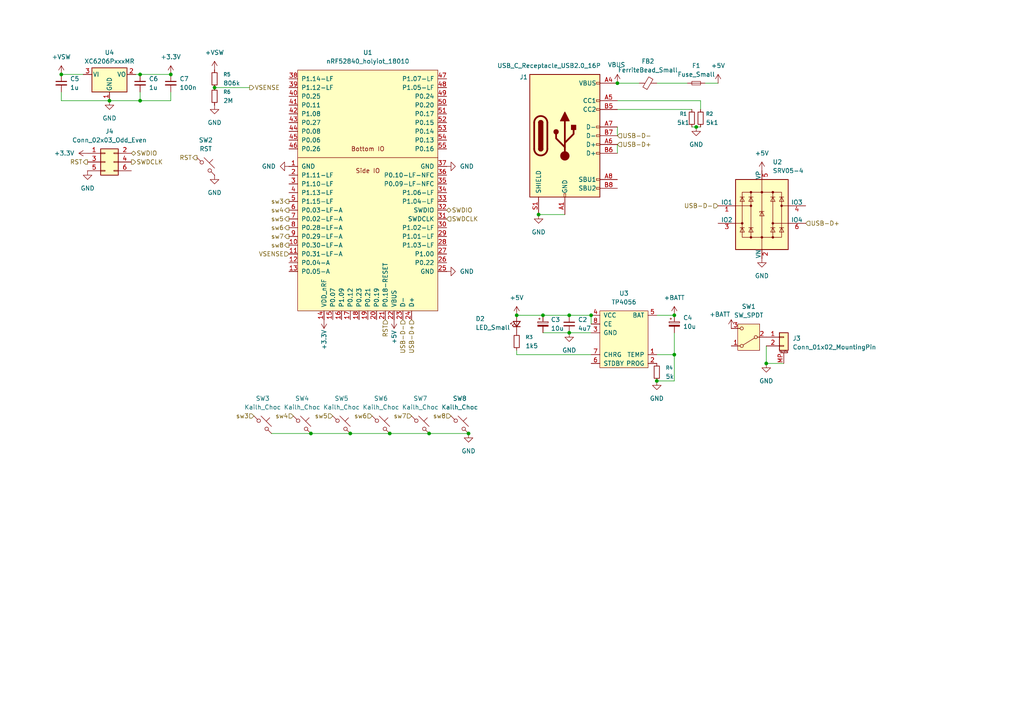
<source format=kicad_sch>
(kicad_sch (version 20250114) (generator "eeschema") (generator_version "9.0")
  (paper "A4")
  (lib_symbols
    (symbol "Connector:USB_C_Receptacle_USB2.0_16P" (pin_names (offset 1.016))
      (property "Reference" "J" (at 0 22.225 0))
      (property "Value" "USB_C_Receptacle_USB2.0_16P" (at 0 19.685 0))
      (symbol "USB_C_Receptacle_USB2.0_16P_0_0"
        (rectangle (start -0.254 -17.78) (end 0.254 -16.764))
        (rectangle (start 10.16 15.494) (end 9.144 14.986))
        (rectangle (start 10.16 10.414) (end 9.144 9.906))
        (rectangle (start 10.16 7.874) (end 9.144 7.366))
        (rectangle (start 10.16 2.794) (end 9.144 2.286))
        (rectangle (start 10.16 0.254) (end 9.144 -0.254))
        (rectangle (start 10.16 -2.286) (end 9.144 -2.794))
        (rectangle (start 10.16 -4.826) (end 9.144 -5.334))
        (rectangle (start 10.16 -12.446) (end 9.144 -12.954))
        (rectangle (start 10.16 -14.986) (end 9.144 -15.494))
      )
      (symbol "USB_C_Receptacle_USB2.0_16P_0_1"
        (rectangle (start -10.16 17.78) (end 10.16 -17.78) (stroke (width 0.254)) (fill (type background)))
        (polyline (pts (xy -8.89 -3.81) (xy -8.89 3.81)) (stroke (width 0.508)))
        (rectangle (start -7.62 -3.81) (end -6.35 3.81) (stroke (width 0.254)) (fill (type outline)))
        (arc (start -7.62 3.81) (mid -6.985 4.4423) (end -6.35 3.81) (stroke (width 0.254)))
        (arc (start -7.62 3.81) (mid -6.985 4.4423) (end -6.35 3.81) (stroke (width 0.254)) (fill (type outline)))
        (arc (start -8.89 3.81) (mid -6.985 5.7067) (end -5.08 3.81) (stroke (width 0.508)))
        (arc (start -5.08 -3.81) (mid -6.985 -5.7067) (end -8.89 -3.81) (stroke (width 0.508)))
        (arc (start -6.35 -3.81) (mid -6.985 -4.4423) (end -7.62 -3.81) (stroke (width 0.254)))
        (arc (start -6.35 -3.81) (mid -6.985 -4.4423) (end -7.62 -3.81) (stroke (width 0.254)) (fill (type outline)))
        (polyline (pts (xy -5.08 3.81) (xy -5.08 -3.81)) (stroke (width 0.508)))
        (circle (center -2.54 1.143) (radius 0.635) (stroke (width 0.254)) (fill (type outline)))
        (polyline (pts (xy -1.27 4.318) (xy 0 6.858) (xy 1.27 4.318) (xy -1.27 4.318)) (stroke (width 0.254)) (fill (type outline)))
        (polyline (pts (xy 0 -2.032) (xy 2.54 0.508) (xy 2.54 1.778)) (stroke (width 0.508)))
        (polyline (pts (xy 0 -3.302) (xy -2.54 -0.762) (xy -2.54 0.508)) (stroke (width 0.508)))
        (polyline (pts (xy 0 -5.842) (xy 0 4.318)) (stroke (width 0.508)))
        (circle (center 0 -5.842) (radius 1.27) (fill (type outline)))
        (rectangle (start 1.905 1.778) (end 3.175 3.048) (stroke (width 0.254)) (fill (type outline)))
      )
      (symbol "USB_C_Receptacle_USB2.0_16P_1_1"
        (pin passive line (at -7.62 -22.86 90) (length 5.08) (name "SHIELD") (number "S1"))
        (pin passive line (at 0 -22.86 90) (length 5.08) (name "GND") (number "A1"))
        (pin passive line (at 0 -22.86 90) (length 5.08) (hide yes) (name "GND") (number "A12"))
        (pin passive line (at 0 -22.86 90) (length 5.08) (hide yes) (name "GND") (number "B1"))
        (pin passive line (at 0 -22.86 90) (length 5.08) (hide yes) (name "GND") (number "B12"))
        (pin passive line (at 15.24 15.24 180) (length 5.08) (name "VBUS") (number "A4"))
        (pin passive line (at 15.24 15.24 180) (length 5.08) (hide yes) (name "VBUS") (number "A9"))
        (pin passive line (at 15.24 15.24 180) (length 5.08) (hide yes) (name "VBUS") (number "B4"))
        (pin passive line (at 15.24 15.24 180) (length 5.08) (hide yes) (name "VBUS") (number "B9"))
        (pin bidirectional line (at 15.24 10.16 180) (length 5.08) (name "CC1") (number "A5"))
        (pin bidirectional line (at 15.24 7.62 180) (length 5.08) (name "CC2") (number "B5"))
        (pin bidirectional line (at 15.24 2.54 180) (length 5.08) (name "D-") (number "A7"))
        (pin bidirectional line (at 15.24 0 180) (length 5.08) (name "D-") (number "B7"))
        (pin bidirectional line (at 15.24 -2.54 180) (length 5.08) (name "D+") (number "A6"))
        (pin bidirectional line (at 15.24 -5.08 180) (length 5.08) (name "D+") (number "B6"))
        (pin bidirectional line (at 15.24 -12.7 180) (length 5.08) (name "SBU1") (number "A8"))
        (pin bidirectional line (at 15.24 -15.24 180) (length 5.08) (name "SBU2") (number "B8"))
      )
    )
    (symbol "Connector_Generic:Conn_02x03_Odd_Even" (pin_names (offset 1.016) (hide yes))
      (property "Reference" "J" (at 1.27 5.08 0))
      (property "Value" "Conn_02x03_Odd_Even" (at 1.27 -5.08 0))
      (symbol "Conn_02x03_Odd_Even_1_1"
        (rectangle (start -1.27 3.81) (end 3.81 -3.81) (stroke (width 0.254)) (fill (type background)))
        (rectangle (start -1.27 2.667) (end 0 2.413) (stroke (width 0.1524)))
        (rectangle (start -1.27 0.127) (end 0 -0.127) (stroke (width 0.1524)))
        (rectangle (start -1.27 -2.413) (end 0 -2.667) (stroke (width 0.1524)))
        (rectangle (start 3.81 2.667) (end 2.54 2.413) (stroke (width 0.1524)))
        (rectangle (start 3.81 0.127) (end 2.54 -0.127) (stroke (width 0.1524)))
        (rectangle (start 3.81 -2.413) (end 2.54 -2.667) (stroke (width 0.1524)))
        (pin passive line (at -5.08 2.54 0) (length 3.81) (name "Pin_1") (number "1"))
        (pin passive line (at -5.08 0 0) (length 3.81) (name "Pin_3") (number "3"))
        (pin passive line (at -5.08 -2.54 0) (length 3.81) (name "Pin_5") (number "5"))
        (pin passive line (at 7.62 2.54 180) (length 3.81) (name "Pin_2") (number "2"))
        (pin passive line (at 7.62 0 180) (length 3.81) (name "Pin_4") (number "4"))
        (pin passive line (at 7.62 -2.54 180) (length 3.81) (name "Pin_6") (number "6"))
      )
    )
    (symbol "Connector_Generic_MountingPin:Conn_01x02_MountingPin" (pin_names (offset 1.016) (hide yes))
      (property "Reference" "J" (at 0 2.54 0))
      (property "Value" "Conn_01x02_MountingPin" (at 1.27 -5.08 0))
      (symbol "Conn_01x02_MountingPin_1_1"
        (rectangle (start -1.27 1.27) (end 1.27 -3.81) (stroke (width 0.254)) (fill (type background)))
        (rectangle (start -1.27 0.127) (end 0 -0.127) (stroke (width 0.1524)))
        (rectangle (start -1.27 -2.413) (end 0 -2.667) (stroke (width 0.1524)))
        (polyline (pts (xy -1.016 -4.572) (xy 1.016 -4.572)) (stroke (width 0.1524)))
        (text "Mounting" (at 0 -4.191 0) (effects (font (size 0.381 0.381))))
        (pin passive line (at -5.08 0 0) (length 3.81) (name "Pin_1") (number "1"))
        (pin passive line (at -5.08 -2.54 0) (length 3.81) (name "Pin_2") (number "2"))
        (pin passive line (at 0 -7.62 90) (length 3.048) (name "MountPin") (number "MP"))
      )
    )
    (symbol "Device:C_Polarized_Small" (pin_numbers (hide yes)) (pin_names (offset 0.254) (hide yes))
      (property "Reference" "C" (at 0.254 1.778 0))
      (property "Value" "C_Polarized_Small" (at 0.254 -2.032 0))
      (symbol "C_Polarized_Small_0_1"
        (rectangle (start -1.524 0.6858) (end 1.524 0.3048))
        (rectangle (start -1.524 -0.3048) (end 1.524 -0.6858) (fill (type outline)))
        (polyline (pts (xy -1.27 1.524) (xy -0.762 1.524)))
        (polyline (pts (xy -1.016 1.27) (xy -1.016 1.778)))
      )
      (symbol "C_Polarized_Small_1_1"
        (pin passive line (at 0 2.54 270) (length 1.8542) (name "~") (number "1"))
        (pin passive line (at 0 -2.54 90) (length 1.8542) (name "~") (number "2"))
      )
    )
    (symbol "Device:C_Small" (pin_numbers (hide yes)) (pin_names (offset 0.254) (hide yes))
      (property "Reference" "C" (at 0.254 1.778 0))
      (property "Value" "C_Small" (at 0.254 -2.032 0))
      (symbol "C_Small_0_1"
        (polyline (pts (xy -1.524 0.508) (xy 1.524 0.508)) (stroke (width 0.3048)))
        (polyline (pts (xy -1.524 -0.508) (xy 1.524 -0.508)) (stroke (width 0.3302)))
      )
      (symbol "C_Small_1_1"
        (pin passive line (at 0 2.54 270) (length 2.032) (name "~") (number "1"))
        (pin passive line (at 0 -2.54 90) (length 2.032) (name "~") (number "2"))
      )
    )
    (symbol "Device:FerriteBead_Small" (pin_numbers (hide yes)) (pin_names (offset 0))
      (property "Reference" "FB" (at 1.905 1.27 0))
      (property "Value" "FerriteBead_Small" (at 1.905 -1.27 0))
      (symbol "FerriteBead_Small_0_1"
        (polyline (pts (xy -1.8288 0.2794) (xy -1.1176 1.4986) (xy 1.8288 -0.2032) (xy 1.1176 -1.4224) (xy -1.8288 0.2794)))
        (polyline (pts (xy 0 0.889) (xy 0 1.2954)))
        (polyline (pts (xy 0 -1.27) (xy 0 -0.7874)))
      )
      (symbol "FerriteBead_Small_1_1"
        (pin passive line (at 0 2.54 270) (length 1.27) (name "~") (number "1"))
        (pin passive line (at 0 -2.54 90) (length 1.27) (name "~") (number "2"))
      )
    )
    (symbol "Device:Fuse_Small" (pin_numbers (hide yes)) (pin_names (offset 0.254) (hide yes))
      (property "Reference" "F" (at 0 -1.524 0))
      (property "Value" "Fuse_Small" (at 0 1.524 0))
      (symbol "Fuse_Small_0_1"
        (rectangle (start -1.27 0.508) (end 1.27 -0.508))
        (polyline (pts (xy -1.27 0) (xy 1.27 0)))
      )
      (symbol "Fuse_Small_1_1"
        (pin passive line (at -2.54 0 0) (length 1.27) (name "~") (number "1"))
        (pin passive line (at 2.54 0 180) (length 1.27) (name "~") (number "2"))
      )
    )
    (symbol "Device:LED_Small" (pin_numbers (hide yes)) (pin_names (offset 0.254) (hide yes))
      (property "Reference" "D" (at -1.27 3.175 0))
      (property "Value" "LED_Small" (at -4.445 -2.54 0))
      (symbol "LED_Small_0_1"
        (polyline (pts (xy -0.762 -1.016) (xy -0.762 1.016)) (stroke (width 0.254)))
        (polyline (pts (xy 0 0.762) (xy -0.508 1.27) (xy -0.254 1.27) (xy -0.508 1.27) (xy -0.508 1.016)))
        (polyline (pts (xy 0.508 1.27) (xy 0 1.778) (xy 0.254 1.778) (xy 0 1.778) (xy 0 1.524)))
        (polyline (pts (xy 0.762 -1.016) (xy -0.762 0) (xy 0.762 1.016) (xy 0.762 -1.016)) (stroke (width 0.254)))
        (polyline (pts (xy 1.016 0) (xy -0.762 0)))
      )
      (symbol "LED_Small_1_1"
        (pin passive line (at -2.54 0 0) (length 1.778) (name "K") (number "1"))
        (pin passive line (at 2.54 0 180) (length 1.778) (name "A") (number "2"))
      )
    )
    (symbol "Device:R_Small" (pin_numbers (hide yes)) (pin_names (offset 0.254) (hide yes))
      (property "Reference" "R" (at 0 0 90))
      (property "Value" "R_Small" (at 1.778 0 90))
      (symbol "R_Small_0_1"
        (rectangle (start -0.762 1.778) (end 0.762 -1.778) (stroke (width 0.2032)))
      )
      (symbol "R_Small_1_1"
        (pin passive line (at 0 2.54 270) (length 0.762) (name "~") (number "1"))
        (pin passive line (at 0 -2.54 90) (length 0.762) (name "~") (number "2"))
      )
    )
    (symbol "PCM_marbastlib-various:TP4056" (pin_names (offset 1.016))
      (property "Reference" "U" (at -6.35 8.89 0))
      (property "Value" "TP4056" (at 2.54 -10.16 0))
      (symbol "TP4056_0_1"
        (rectangle (start -7.62 7.62) (end 6.35 -8.89) (fill (type background)))
      )
      (symbol "TP4056_1_1"
        (pin power_in line (at -10.16 6.35 0) (length 2.54) (name "VCC") (number "4"))
        (pin input line (at -10.16 3.81 0) (length 2.54) (name "CE") (number "8"))
        (pin power_in line (at -10.16 1.27 0) (length 2.54) (name "GND") (number "3"))
        (pin output line (at -10.16 -5.08 0) (length 2.54) (name "CHRG") (number "7"))
        (pin output line (at -10.16 -7.62 0) (length 2.54) (name "STDBY") (number "6"))
        (pin power_out line (at 8.89 6.35 180) (length 2.54) (name "BAT") (number "5"))
        (pin input line (at 8.89 -5.08 180) (length 2.54) (name "TEMP") (number "1"))
        (pin input line (at 8.89 -7.62 180) (length 2.54) (name "PROG") (number "2"))
      )
    )
    (symbol "PCM_marbastlib-various:nRF52840_holyiot_18010" (pin_names (offset 1.016))
      (property "Reference" "U" (at 0 30.48 0))
      (property "Value" "nRF52840_holyiot_18010" (at 0 27.94 0))
      (symbol "nRF52840_holyiot_18010_0_0"
        (text "Bottom IO" (at 0 2.54 0) (effects (font (size 1.27 1.27))))
        (text "Side IO" (at 0 -3.81 0) (effects (font (size 1.27 1.27))))
      )
      (symbol "nRF52840_holyiot_18010_0_1"
        (rectangle (start -20.32 25.4) (end 20.32 -44.45) (stroke (width 0.1524)) (fill (type background)))
        (polyline (pts (xy 20.32 0) (xy -20.32 0)))
      )
      (symbol "nRF52840_holyiot_18010_1_1"
        (pin bidirectional line (at -22.86 22.86 0) (length 2.54) (name "P1.14-LF") (number "38"))
        (pin bidirectional line (at -22.86 20.32 0) (length 2.54) (name "P1.12-LF") (number "39"))
        (pin bidirectional line (at -22.86 17.78 0) (length 2.54) (name "P0.25") (number "40"))
        (pin bidirectional line (at -22.86 15.24 0) (length 2.54) (name "P0.11") (number "41"))
        (pin bidirectional line (at -22.86 12.7 0) (length 2.54) (name "P1.08") (number "42"))
        (pin bidirectional line (at -22.86 10.16 0) (length 2.54) (name "P0.27") (number "43"))
        (pin bidirectional line (at -22.86 7.62 0) (length 2.54) (name "P0.08") (number "44"))
        (pin bidirectional line (at -22.86 5.08 0) (length 2.54) (name "P0.06") (number "45"))
        (pin bidirectional line (at -22.86 2.54 0) (length 2.54) (name "P0.26") (number "46"))
        (pin power_in line (at -22.86 -2.54 0) (length 2.54) (name "GND") (number "1"))
        (pin bidirectional line (at -22.86 -5.08 0) (length 2.54) (name "P1.11-LF") (number "2"))
        (pin bidirectional line (at -22.86 -7.62 0) (length 2.54) (name "P1.10-LF") (number "3"))
        (pin bidirectional line (at -22.86 -10.16 0) (length 2.54) (name "P1.13-LF") (number "4"))
        (pin bidirectional line (at -22.86 -12.7 0) (length 2.54) (name "P1.15-LF") (number "5"))
        (pin bidirectional line (at -22.86 -15.24 0) (length 2.54) (name "P0.03-LF-A") (number "6"))
        (pin bidirectional line (at -22.86 -17.78 0) (length 2.54) (name "P0.02-LF-A") (number "7"))
        (pin bidirectional line (at -22.86 -20.32 0) (length 2.54) (name "P0.28-LF-A") (number "8"))
        (pin bidirectional line (at -22.86 -22.86 0) (length 2.54) (name "P0.29-LF-A") (number "9"))
        (pin bidirectional line (at -22.86 -25.4 0) (length 2.54) (name "P0.30-LF-A") (number "10"))
        (pin bidirectional line (at -22.86 -27.94 0) (length 2.54) (name "P0.31-LF-A") (number "11"))
        (pin bidirectional line (at -22.86 -30.48 0) (length 2.54) (name "P0.04-A") (number "12"))
        (pin bidirectional line (at -22.86 -33.02 0) (length 2.54) (name "P0.05-A") (number "13"))
        (pin power_in line (at -12.7 -46.99 90) (length 2.54) (name "VDD_nRF") (number "14"))
        (pin bidirectional line (at -10.16 -46.99 90) (length 2.54) (name "P0.07") (number "15"))
        (pin bidirectional line (at -7.62 -46.99 90) (length 2.54) (name "P1.09") (number "16"))
        (pin bidirectional line (at -5.08 -46.99 90) (length 2.54) (name "P0.12") (number "17"))
        (pin bidirectional line (at -2.54 -46.99 90) (length 2.54) (name "P0.23") (number "18"))
        (pin bidirectional line (at 0 -46.99 90) (length 2.54) (name "P0.21") (number "19"))
        (pin bidirectional line (at 2.54 -46.99 90) (length 2.54) (name "P0.19") (number "20"))
        (pin input line (at 5.08 -46.99 90) (length 2.54) (name "P0.18-RESET") (number "21"))
        (pin power_in line (at 7.62 -46.99 90) (length 2.54) (name "VBUS") (number "22"))
        (pin bidirectional line (at 10.16 -46.99 90) (length 2.54) (name "D-") (number "23"))
        (pin bidirectional line (at 12.7 -46.99 90) (length 2.54) (name "D+") (number "24"))
        (pin bidirectional line (at 22.86 22.86 180) (length 2.54) (name "P1.07-LF") (number "47"))
        (pin bidirectional line (at 22.86 20.32 180) (length 2.54) (name "P1.05-LF") (number "48"))
        (pin bidirectional line (at 22.86 17.78 180) (length 2.54) (name "P0.24") (number "49"))
        (pin bidirectional line (at 22.86 15.24 180) (length 2.54) (name "P0.20") (number "50"))
        (pin bidirectional line (at 22.86 12.7 180) (length 2.54) (name "P0.17") (number "51"))
        (pin bidirectional line (at 22.86 10.16 180) (length 2.54) (name "P0.15") (number "52"))
        (pin bidirectional line (at 22.86 7.62 180) (length 2.54) (name "P0.14") (number "53"))
        (pin bidirectional line (at 22.86 5.08 180) (length 2.54) (name "P0.13") (number "54"))
        (pin bidirectional line (at 22.86 2.54 180) (length 2.54) (name "P0.16") (number "55"))
        (pin power_in line (at 22.86 -2.54 180) (length 2.54) (name "GND") (number "37"))
        (pin bidirectional line (at 22.86 -5.08 180) (length 2.54) (name "P0.10-LF-NFC") (number "36"))
        (pin bidirectional line (at 22.86 -7.62 180) (length 2.54) (name "P0.09-LF-NFC") (number "35"))
        (pin bidirectional line (at 22.86 -10.16 180) (length 2.54) (name "P1.06-LF") (number "34"))
        (pin bidirectional line (at 22.86 -12.7 180) (length 2.54) (name "P1.04-LF") (number "33"))
        (pin bidirectional line (at 22.86 -15.24 180) (length 2.54) (name "SWDIO") (number "32"))
        (pin bidirectional line (at 22.86 -17.78 180) (length 2.54) (name "SWDCLK") (number "31"))
        (pin bidirectional line (at 22.86 -20.32 180) (length 2.54) (name "P1.02-LF") (number "30"))
        (pin bidirectional line (at 22.86 -22.86 180) (length 2.54) (name "P1.01-LF") (number "29"))
        (pin bidirectional line (at 22.86 -25.4 180) (length 2.54) (name "P1.03-LF") (number "28"))
        (pin bidirectional line (at 22.86 -27.94 180) (length 2.54) (name "P1.00") (number "27"))
        (pin bidirectional line (at 22.86 -30.48 180) (length 2.54) (name "P0.22") (number "26"))
        (pin power_in line (at 22.86 -33.02 180) (length 2.54) (name "GND") (number "25"))
      )
    )
    (symbol "Power_Protection:SRV05-4" (pin_names (offset 0))
      (property "Reference" "U" (at -5.08 11.43 0))
      (property "Value" "SRV05-4" (at 2.54 11.43 0))
      (symbol "SRV05-4_0_0"
        (rectangle (start -5.715 6.477) (end 5.715 -6.604))
        (polyline (pts (xy -3.175 -6.604) (xy -3.175 6.477)))
        (polyline (pts (xy 3.175 6.477) (xy 3.175 -6.604)))
      )
      (symbol "SRV05-4_0_1"
        (polyline (pts (xy -7.747 2.54) (xy -3.175 2.54)))
        (rectangle (start -7.62 10.16) (end 7.62 -10.16) (stroke (width 0.254)) (fill (type background)))
        (polyline (pts (xy -7.62 -2.54) (xy -5.715 -2.54)))
        (circle (center -5.715 -2.54) (radius 0.2794) (fill (type outline)))
        (polyline (pts (xy -5.08 5.08) (xy -6.35 5.08)))
        (polyline (pts (xy -5.08 3.81) (xy -6.35 3.81) (xy -5.715 5.08) (xy -5.08 3.81)))
        (polyline (pts (xy -5.08 -3.81) (xy -6.35 -3.81)))
        (polyline (pts (xy -5.08 -5.08) (xy -6.35 -5.08) (xy -5.715 -3.81) (xy -5.08 -5.08)))
        (circle (center -3.175 6.477) (radius 0.2794) (fill (type outline)))
        (circle (center -3.175 2.54) (radius 0.2794) (fill (type outline)))
        (circle (center -3.175 -6.604) (radius 0.2794) (fill (type outline)))
        (polyline (pts (xy -2.54 5.08) (xy -3.81 5.08)))
        (polyline (pts (xy -2.54 3.81) (xy -3.81 3.81) (xy -3.175 5.08) (xy -2.54 3.81)))
        (polyline (pts (xy -2.54 -3.81) (xy -3.81 -3.81)))
        (polyline (pts (xy -2.54 -5.08) (xy -3.81 -5.08) (xy -3.175 -3.81) (xy -2.54 -5.08)))
        (polyline (pts (xy 0 10.16) (xy 0 -10.16)))
        (circle (center 0 6.477) (radius 0.2794) (fill (type outline)))
        (circle (center 0 -6.604) (radius 0.2794) (fill (type outline)))
        (polyline (pts (xy 0.635 0.889) (xy -0.635 0.889) (xy -0.635 0.635)))
        (polyline (pts (xy 0.635 -0.381) (xy -0.635 -0.381) (xy 0 0.889) (xy 0.635 -0.381)))
        (circle (center 3.175 6.477) (radius 0.2794) (fill (type outline)))
        (circle (center 3.175 -2.54) (radius 0.2794) (fill (type outline)))
        (circle (center 3.175 -6.604) (radius 0.2794) (fill (type outline)))
        (polyline (pts (xy 3.81 5.08) (xy 2.54 5.08)))
        (polyline (pts (xy 3.81 3.81) (xy 2.54 3.81) (xy 3.175 5.08) (xy 3.81 3.81)))
        (polyline (pts (xy 3.81 -3.81) (xy 2.54 -3.81)))
        (polyline (pts (xy 3.81 -5.08) (xy 2.54 -5.08) (xy 3.175 -3.81) (xy 3.81 -5.08)))
        (circle (center 5.715 2.54) (radius 0.2794) (fill (type outline)))
        (polyline (pts (xy 6.35 5.08) (xy 5.08 5.08)))
        (polyline (pts (xy 6.35 3.81) (xy 5.08 3.81) (xy 5.715 5.08) (xy 6.35 3.81)))
        (polyline (pts (xy 6.35 -3.81) (xy 5.08 -3.81)))
        (polyline (pts (xy 6.35 -5.08) (xy 5.08 -5.08) (xy 5.715 -3.81) (xy 6.35 -5.08)))
        (polyline (pts (xy 7.62 2.54) (xy 5.715 2.54)))
        (polyline (pts (xy 7.62 -2.54) (xy 3.175 -2.54)))
      )
      (symbol "SRV05-4_1_1"
        (pin passive line (at -12.7 2.54 0) (length 5.08) (name "IO1") (number "1"))
        (pin passive line (at -12.7 -2.54 0) (length 5.08) (name "IO2") (number "3"))
        (pin passive line (at 0 12.7 270) (length 2.54) (name "VP") (number "5"))
        (pin passive line (at 0 -12.7 90) (length 2.54) (name "VN") (number "2"))
        (pin passive line (at 12.7 2.54 180) (length 5.08) (name "IO3") (number "4"))
        (pin passive line (at 12.7 -2.54 180) (length 5.08) (name "IO4") (number "6"))
      )
    )
    (symbol "Regulator_Linear:XC6206PxxxMR" (pin_names (offset 0.254))
      (property "Reference" "U" (at -3.81 3.175 0))
      (property "Value" "XC6206PxxxMR" (at 0 3.175 0))
      (symbol "XC6206PxxxMR_0_1"
        (rectangle (start -5.08 1.905) (end 5.08 -5.08) (stroke (width 0.254)) (fill (type background)))
      )
      (symbol "XC6206PxxxMR_1_1"
        (pin power_in line (at -7.62 0 0) (length 2.54) (name "VI") (number "3"))
        (pin power_in line (at 0 -7.62 90) (length 2.54) (name "GND") (number "1"))
        (pin power_out line (at 7.62 0 180) (length 2.54) (name "VO") (number "2"))
      )
    )
    (symbol "Switch:SW_Push_45deg" (pin_numbers (hide yes)) (pin_names (offset 1.016) (hide yes))
      (property "Reference" "SW" (at 3.048 1.016 0))
      (property "Value" "SW_Push_45deg" (at 0 -3.81 0))
      (symbol "SW_Push_45deg_0_1"
        (polyline (pts (xy -2.54 2.54) (xy -1.524 1.524) (xy -1.524 1.524)))
        (circle (center -1.1684 1.1684) (radius 0.508))
        (polyline (pts (xy -0.508 2.54) (xy 2.54 -0.508)))
        (polyline (pts (xy 1.016 1.016) (xy 2.032 2.032)))
        (circle (center 1.143 -1.1938) (radius 0.508))
        (polyline (pts (xy 1.524 -1.524) (xy 2.54 -2.54) (xy 2.54 -2.54) (xy 2.54 -2.54)))
        (pin passive line (at -2.54 2.54 0) (length 0) (name "1") (number "1"))
        (pin passive line (at 2.54 -2.54 180) (length 0) (name "2") (number "2"))
      )
    )
    (symbol "Switch:SW_SPDT" (pin_names (offset 0) (hide yes))
      (property "Reference" "SW" (at 0 5.08 0))
      (property "Value" "SW_SPDT" (at 0 -5.08 0))
      (symbol "SW_SPDT_0_1"
        (circle (center -2.032 0) (radius 0.4572))
        (polyline (pts (xy -1.651 0.254) (xy 1.651 2.286)))
        (circle (center 2.032 2.54) (radius 0.4572))
        (circle (center 2.032 -2.54) (radius 0.4572))
      )
      (symbol "SW_SPDT_1_1"
        (rectangle (start -3.175 3.81) (end 3.175 -3.81) (fill (type background)))
        (pin passive line (at -5.08 0 0) (length 2.54) (name "B") (number "2"))
        (pin passive line (at 5.08 2.54 180) (length 2.54) (name "A") (number "1"))
        (pin passive line (at 5.08 -2.54 180) (length 2.54) (name "C") (number "3"))
      )
    )
    (symbol "power:+3.3V" (power) (pin_numbers (hide yes)) (pin_names (offset 0) (hide yes))
      (property "Value" "+3.3V" (at 0 3.556 0))
      (symbol "+3.3V_0_1"
        (polyline (pts (xy -0.762 1.27) (xy 0 2.54)))
        (polyline (pts (xy 0 2.54) (xy 0.762 1.27)))
        (polyline (pts (xy 0 0) (xy 0 2.54)))
      )
      (symbol "+3.3V_1_1"
        (pin power_in line (at 0 0 90) (length 0) (name "~") (number "1"))
      )
    )
    (symbol "power:+5V" (power) (pin_numbers (hide yes)) (pin_names (offset 0) (hide yes))
      (property "Value" "+5V" (at 0 3.556 0))
      (symbol "+5V_0_1"
        (polyline (pts (xy -0.762 1.27) (xy 0 2.54)))
        (polyline (pts (xy 0 2.54) (xy 0.762 1.27)))
        (polyline (pts (xy 0 0) (xy 0 2.54)))
      )
      (symbol "+5V_1_1"
        (pin power_in line (at 0 0 90) (length 0) (name "~") (number "1"))
      )
    )
    (symbol "power:+BATT" (power) (pin_numbers (hide yes)) (pin_names (offset 0) (hide yes))
      (property "Value" "+BATT" (at 0 3.556 0))
      (symbol "+BATT_0_1"
        (polyline (pts (xy -0.762 1.27) (xy 0 2.54)))
        (polyline (pts (xy 0 2.54) (xy 0.762 1.27)))
        (polyline (pts (xy 0 0) (xy 0 2.54)))
      )
      (symbol "+BATT_1_1"
        (pin power_in line (at 0 0 90) (length 0) (name "~") (number "1"))
      )
    )
    (symbol "power:+VSW" (power) (pin_numbers (hide yes)) (pin_names (offset 0) (hide yes))
      (property "Value" "+VSW" (at 0 3.556 0))
      (symbol "+VSW_0_1"
        (polyline (pts (xy -0.762 1.27) (xy 0 2.54)))
        (polyline (pts (xy 0 2.54) (xy 0.762 1.27)))
        (polyline (pts (xy 0 0) (xy 0 2.54)))
      )
      (symbol "+VSW_1_1"
        (pin power_in line (at 0 0 90) (length 0) (name "~") (number "1"))
      )
    )
    (symbol "power:GND" (power) (pin_numbers (hide yes)) (pin_names (offset 0) (hide yes))
      (property "Value" "GND" (at 0 -3.81 0))
      (symbol "GND_0_1"
        (polyline (pts (xy 0 0) (xy 0 -1.27) (xy 1.27 -1.27) (xy 0 -2.54) (xy -1.27 -1.27) (xy 0 -1.27)))
      )
      (symbol "GND_1_1"
        (pin power_in line (at 0 0 270) (length 0) (name "~") (number "1"))
      )
    )
    (symbol "power:VBUS" (power) (pin_numbers (hide yes)) (pin_names (offset 0) (hide yes))
      (property "Value" "VBUS" (at 0 3.556 0))
      (symbol "VBUS_0_1"
        (polyline (pts (xy -0.762 1.27) (xy 0 2.54)))
        (polyline (pts (xy 0 2.54) (xy 0.762 1.27)))
        (polyline (pts (xy 0 0) (xy 0 2.54)))
      )
      (symbol "VBUS_1_1"
        (pin power_in line (at 0 0 90) (length 0) (name "~") (number "1"))
      )
    )
  )
  (junction (at 222.25 105.41))
  (junction (at 157.48 91.44))
  (junction (at 49.53 21.59))
  (junction (at 179.07 24.13))
  (junction (at 113.03 125.73))
  (junction (at 90.17 125.73))
  (junction (at 135.89 125.73))
  (junction (at 171.45 91.44))
  (junction (at 165.1 91.44))
  (junction (at 165.1 96.52))
  (junction (at 62.23 25.4))
  (junction (at 124.46 125.73))
  (junction (at 17.78 21.59))
  (junction (at 156.21 62.23))
  (junction (at 195.58 102.87))
  (junction (at 149.86 91.44))
  (junction (at 201.93 36.83))
  (junction (at 40.64 21.59))
  (junction (at 40.64 29.21))
  (junction (at 195.58 91.44))
  (junction (at 31.75 29.21))
  (junction (at 190.5 110.49))
  (junction (at 101.6 125.73))
  (wire (pts (xy 40.64 29.21) (xy 40.64 26.67)))
  (wire (pts (xy 124.46 125.73) (xy 135.89 125.73)))
  (wire (pts (xy 203.2 31.75) (xy 203.2 29.21)))
  (wire (pts (xy 222.25 105.41) (xy 227.33 105.41)))
  (wire (pts (xy 200.66 36.83) (xy 201.93 36.83)))
  (wire (pts (xy 101.6 125.73) (xy 113.03 125.73)))
  (wire (pts (xy 195.58 96.52) (xy 195.58 102.87)))
  (wire (pts (xy 179.07 36.83) (xy 179.07 39.37)))
  (wire (pts (xy 179.07 31.75) (xy 200.66 31.75)))
  (wire (pts (xy 40.64 29.21) (xy 49.53 29.21)))
  (wire (pts (xy 190.5 91.44) (xy 195.58 91.44)))
  (wire (pts (xy 179.07 41.91) (xy 179.07 44.45)))
  (wire (pts (xy 204.47 24.13) (xy 208.28 24.13)))
  (wire (pts (xy 179.07 29.21) (xy 203.2 29.21)))
  (wire (pts (xy 190.5 110.49) (xy 195.58 110.49)))
  (wire (pts (xy 156.21 62.23) (xy 163.83 62.23)))
  (wire (pts (xy 62.23 25.4) (xy 72.39 25.4)))
  (wire (pts (xy 17.78 26.67) (xy 17.78 29.21)))
  (wire (pts (xy 78.74 125.73) (xy 90.17 125.73)))
  (wire (pts (xy 39.37 21.59) (xy 40.64 21.59)))
  (wire (pts (xy 149.86 101.6) (xy 149.86 102.87)))
  (wire (pts (xy 190.5 102.87) (xy 195.58 102.87)))
  (wire (pts (xy 165.1 96.52) (xy 171.45 96.52)))
  (wire (pts (xy 49.53 29.21) (xy 49.53 26.67)))
  (wire (pts (xy 17.78 21.59) (xy 24.13 21.59)))
  (wire (pts (xy 31.75 29.21) (xy 40.64 29.21)))
  (wire (pts (xy 157.48 96.52) (xy 165.1 96.52)))
  (wire (pts (xy 195.58 102.87) (xy 195.58 110.49)))
  (wire (pts (xy 157.48 91.44) (xy 165.1 91.44)))
  (wire (pts (xy 149.86 102.87) (xy 171.45 102.87)))
  (wire (pts (xy 113.03 125.73) (xy 124.46 125.73)))
  (wire (pts (xy 201.93 36.83) (xy 203.2 36.83)))
  (wire (pts (xy 190.5 24.13) (xy 199.39 24.13)))
  (wire (pts (xy 90.17 125.73) (xy 101.6 125.73)))
  (wire (pts (xy 171.45 91.44) (xy 171.45 93.98)))
  (wire (pts (xy 222.25 100.33) (xy 222.25 105.41)))
  (wire (pts (xy 17.78 29.21) (xy 31.75 29.21)))
  (wire (pts (xy 149.86 91.44) (xy 157.48 91.44)))
  (wire (pts (xy 177.8 24.13) (xy 179.07 24.13)))
  (wire (pts (xy 165.1 91.44) (xy 171.45 91.44)))
  (wire (pts (xy 179.07 24.13) (xy 185.42 24.13)))
  (wire (pts (xy 40.64 21.59) (xy 49.53 21.59)))
  (hierarchical_label "USB-D+" (shape input) (at 179.07 41.91 0))
  (hierarchical_label "sw7" (shape output) (at 83.82 68.58 180))
  (hierarchical_label "sw8" (shape output) (at 83.82 71.12 180))
  (hierarchical_label "VSENSE" (shape output) (at 72.39 25.4 0))
  (hierarchical_label "sw7" (shape input) (at 119.38 120.65 180))
  (hierarchical_label "SWDCLK" (shape output) (at 38.1 46.99 0))
  (hierarchical_label "sw6" (shape input) (at 107.95 120.65 180))
  (hierarchical_label "SWDIO" (shape bidirectional) (at 129.54 60.96 0))
  (hierarchical_label "USB-D-" (shape input) (at 179.07 39.37 0))
  (hierarchical_label "sw4" (shape input) (at 85.09 120.65 180))
  (hierarchical_label "USB-D-" (shape input) (at 208.28 59.69 180))
  (hierarchical_label "SWDIO" (shape bidirectional) (at 38.1 44.45 0))
  (hierarchical_label "sw8" (shape input) (at 130.81 120.65 180))
  (hierarchical_label "USB-D+" (shape input) (at 233.68 64.77 0))
  (hierarchical_label "VSENSE" (shape input) (at 83.82 73.66 180))
  (hierarchical_label "RST" (shape output) (at 25.4 46.99 180))
  (hierarchical_label "sw6" (shape output) (at 83.82 66.04 180))
  (hierarchical_label "sw5" (shape input) (at 96.52 120.65 180))
  (hierarchical_label "RST" (shape output) (at 57.15 45.72 180))
  (hierarchical_label "USB-D+" (shape input) (at 119.38 92.71 270))
  (hierarchical_label "USB-D-" (shape input) (at 116.84 92.71 270))
  (hierarchical_label "sw3" (shape output) (at 83.82 58.42 180))
  (hierarchical_label "sw5" (shape output) (at 83.82 63.5 180))
  (hierarchical_label "RST" (shape input) (at 111.76 92.71 270))
  (hierarchical_label "sw3" (shape input) (at 73.66 120.65 180))
  (hierarchical_label "sw4" (shape output) (at 83.82 60.96 180))
  (hierarchical_label "SWDCLK" (shape input) (at 129.54 63.5 0))
  (symbol (lib_id "power:GND") (at 220.98 74.93 0) (unit 1)
    (property "Reference" "#PWR09" (effects (hide yes)))
    (property "Value" "GND" (at 220.98 80.01 0))
    (property "Description" "Power symbol creates a global label with name \"GND\" , ground" (effects (hide yes)))
  )
  (symbol (lib_id "power:VBUS") (at 179.07 24.13 0) (unit 1)
    (property "Reference" "#PWR03" (effects (hide yes)))
    (property "Value" "VBUS" (at 178.816 18.796 0))
    (property "Description" "Power symbol creates a global label with name \"VBUS\"" (effects (hide yes)))
  )
  (symbol (lib_id "PCM_marbastlib-various:TP4056") (at 181.61 97.79 0) (unit 1)
    (property "Reference" "U3" (at 180.975 85.09 0))
    (property "Value" "TP4056" (at 180.975 87.63 0))
    (property "Footprint" "Package_SO:SOP-8-1EP_4.57x4.57mm_P1.27mm_EP4.57x4.45mm" (effects (hide yes)))
    (property "Datasheet" "https://datasheet.lcsc.com/szlcsc/1906261508_Nanjing-Extension-Microelectronics-TP4056-42-ESOP8_C16581.pdf" (effects (hide yes)))
    (property "Description" "Standalone Linear Li-lon Battery Charger with Thermal Protection" (effects (hide yes)))
    (property "LCSC" "C16581" (effects (hide yes)))
  )
  (symbol (lib_id "power:+BATT") (at 212.09 95.25 0) (unit 1)
    (property "Reference" "#PWR014" (effects (hide yes)))
    (property "Value" "+BATT" (at 208.788 91.186 0))
    (property "Description" "Power symbol creates a global label with name \"+BATT\"" (effects (hide yes)))
  )
  (symbol (lib_id "power:+5V") (at 114.3 92.71 180) (unit 1)
    (property "Reference" "#PWR018" (effects (hide yes)))
    (property "Value" "+5V" (at 114.3 97.79 90))
    (property "Description" "Power symbol creates a global label with name \"+5V\"" (effects (hide yes)))
  )
  (symbol (lib_id "Device:Fuse_Small") (at 201.93 24.13 0) (unit 1)
    (property "Reference" "F1" (at 201.93 19.05 0))
    (property "Value" "Fuse_Small" (at 201.93 21.59 0))
    (property "Footprint" "Fuse:Fuse_1206_3216Metric" (effects (hide yes)))
    (property "Description" "Fuse, small symbol" (effects (hide yes)))
  )
  (symbol (lib_id "power:GND") (at 129.54 78.74 90) (unit 1)
    (property "Reference" "#PWR020" (effects (hide yes)))
    (property "Value" "GND" (at 133.35 78.7399 90) (effects (justify right)))
    (property "Description" "Power symbol creates a global label with name \"GND\" , ground" (effects (hide yes)))
  )
  (symbol (lib_id "Switch:SW_Push_45deg") (at 110.49 123.19 0) (unit 1)
    (property "Reference" "SW6" (at 110.49 115.57 0))
    (property "Value" "Kailh_Choc" (at 110.49 118.11 0))
    (property "Footprint" "PCM_marbastlib-choc:SW_choc_v1_HS_CPG135001S30_1u" (effects (hide yes)))
    (property "Description" "Push button switch, normally open, two pins, 45° tilted" (effects (hide yes)))
  )
  (symbol (lib_id "Switch:SW_Push_45deg") (at 133.35 123.19 0) (unit 1)
    (property "Reference" "SW8" (at 133.35 115.57 0))
    (property "Value" "Kailh_Choc" (at 133.35 118.11 0))
    (property "Footprint" "PCM_marbastlib-choc:SW_choc_v1_HS_CPG135001S30_1u" (effects (hide yes)))
    (property "Description" "Push button switch, normally open, two pins, 45° tilted" (effects (hide yes)))
  )
  (symbol (lib_id "power:GND") (at 62.23 30.48 0) (unit 1)
    (property "Reference" "#PWR029" (effects (hide yes)))
    (property "Value" "GND" (at 62.23 35.56 0))
    (property "Description" "Power symbol creates a global label with name \"GND\" , ground" (effects (hide yes)))
  )
  (symbol (lib_id "Device:R_Small") (at 203.2 34.29 0) (unit 1)
    (property "Reference" "R2" (at 204.724 33.02 0) (effects (font (size 1.016 1.016)) (justify left)))
    (property "Value" "5k1" (at 204.724 35.56 0) (effects (justify left)))
    (property "Footprint" "Resistor_SMD:R_0603_1608Metric" (effects (hide yes)))
    (property "Description" "Resistor, small symbol" (effects (hide yes)))
  )
  (symbol (lib_id "Device:R_Small") (at 190.5 107.95 0) (unit 1)
    (property "Reference" "R4" (at 193.04 106.6799 0) (effects (font (size 1.016 1.016)) (justify left)))
    (property "Value" "5k" (at 193.04 109.2199 0) (effects (justify left)))
    (property "Footprint" "Resistor_SMD:R_0603_1608Metric" (effects (hide yes)))
    (property "Description" "Resistor, small symbol" (effects (hide yes)))
  )
  (symbol (lib_id "Switch:SW_SPDT") (at 217.17 97.79 180) (unit 1)
    (property "Reference" "SW1" (at 217.17 88.9 0))
    (property "Value" "SW_SPDT" (at 217.17 91.44 0))
    (property "Footprint" "Button_Switch_SMD:SW_SPDT_PCM12" (effects (hide yes)))
    (property "Description" "Switch, single pole double throw" (effects (hide yes)))
  )
  (symbol (lib_id "power:+5V") (at 220.98 49.53 0) (unit 1)
    (property "Reference" "#PWR08" (effects (hide yes)))
    (property "Value" "+5V" (at 220.98 44.45 0))
    (property "Description" "Power symbol creates a global label with name \"+5V\"" (effects (hide yes)))
  )
  (symbol (lib_id "Device:R_Small") (at 149.86 99.06 0) (unit 1)
    (property "Reference" "R3" (at 152.4 97.7899 0) (effects (font (size 1.016 1.016)) (justify left)))
    (property "Value" "1k5" (at 152.4 100.3299 0) (effects (justify left)))
    (property "Footprint" "Resistor_SMD:R_0603_1608Metric" (effects (hide yes)))
    (property "Description" "Resistor, small symbol" (effects (hide yes)))
  )
  (symbol (lib_id "Device:C_Polarized_Small") (at 195.58 93.98 0) (unit 1)
    (property "Reference" "C4" (at 198.12 92.1638 0) (effects (justify left)))
    (property "Value" "10u" (at 198.12 94.7038 0) (effects (justify left)))
    (property "Footprint" "Capacitor_SMD:C_0603_1608Metric" (effects (hide yes)))
    (property "Description" "Polarized capacitor, small symbol" (effects (hide yes)))
  )
  (symbol (lib_id "Device:C_Small") (at 17.78 24.13 0) (unit 1)
    (property "Reference" "C5" (at 20.32 22.8662 0) (effects (justify left)))
    (property "Value" "1u" (at 20.32 25.4062 0) (effects (justify left)))
    (property "Footprint" "Capacitor_SMD:C_0603_1608Metric" (effects (hide yes)))
    (property "Description" "Unpolarized capacitor, small symbol" (effects (hide yes)))
  )
  (symbol (lib_id "power:GND") (at 25.4 49.53 0) (unit 1)
    (property "Reference" "#PWR07" (effects (hide yes)))
    (property "Value" "GND" (at 25.4 54.61 0))
    (property "Description" "Power symbol creates a global label with name \"GND\" , ground" (effects (hide yes)))
  )
  (symbol (lib_id "power:GND") (at 62.23 50.8 0) (unit 1)
    (property "Reference" "#PWR026" (effects (hide yes)))
    (property "Value" "GND" (at 62.23 55.88 0))
    (property "Description" "Power symbol creates a global label with name \"GND\" , ground" (effects (hide yes)))
  )
  (symbol (lib_id "power:GND") (at 31.75 29.21 0) (unit 1)
    (property "Reference" "#PWR021" (effects (hide yes)))
    (property "Value" "GND" (at 31.75 34.29 0))
    (property "Description" "Power symbol creates a global label with name \"GND\" , ground" (effects (hide yes)))
  )
  (symbol (lib_id "Switch:SW_Push_45deg") (at 76.2 123.19 0) (unit 1)
    (property "Reference" "SW3" (at 76.2 115.57 0))
    (property "Value" "Kailh_Choc" (at 76.2 118.11 0))
    (property "Footprint" "PCM_marbastlib-choc:SW_choc_v1_HS_CPG135001S30_1u" (effects (hide yes)))
    (property "Description" "Push button switch, normally open, two pins, 45° tilted" (effects (hide yes)))
  )
  (symbol (lib_id "power:GND") (at 190.5 110.49 0) (unit 1)
    (property "Reference" "#PWR012" (effects (hide yes)))
    (property "Value" "GND" (at 190.5 115.57 0))
    (property "Description" "Power symbol creates a global label with name \"GND\" , ground" (effects (hide yes)))
  )
  (symbol (lib_id "power:GND") (at 222.25 105.41 0) (unit 1)
    (property "Reference" "#PWR015" (effects (hide yes)))
    (property "Value" "GND" (at 222.25 110.49 0))
    (property "Description" "Power symbol creates a global label with name \"GND\" , ground" (effects (hide yes)))
  )
  (symbol (lib_id "Device:FerriteBead_Small") (at 187.96 24.13 90) (unit 1)
    (property "Reference" "FB2" (at 187.9219 17.78 90))
    (property "Value" "FerriteBead_Small" (at 187.9219 20.32 90))
    (property "Footprint" "Capacitor_SMD:C_0402_1005Metric" (effects (hide yes)))
    (property "Description" "Ferrite bead, small symbol" (effects (hide yes)))
  )
  (symbol (lib_id "Switch:SW_Push_45deg") (at 99.06 123.19 0) (unit 1)
    (property "Reference" "SW5" (at 99.06 115.57 0))
    (property "Value" "Kailh_Choc" (at 99.06 118.11 0))
    (property "Footprint" "PCM_marbastlib-choc:SW_choc_v1_HS_CPG135001S30_1u" (effects (hide yes)))
    (property "Description" "Push button switch, normally open, two pins, 45° tilted" (effects (hide yes)))
  )
  (symbol (lib_id "Connector_Generic_MountingPin:Conn_01x02_MountingPin") (at 227.33 97.79 0) (unit 1)
    (property "Reference" "J3" (at 229.87 98.1455 0) (effects (justify left)))
    (property "Value" "Conn_01x02_MountingPin" (at 229.87 100.6855 0) (effects (justify left)))
    (property "Footprint" "Connector_JST:JST_PH_S2B-PH-SM4-TB_1x02-1MP_P2.00mm_Horizontal" (effects (hide yes)))
    (property "Description" "Generic connectable mounting pin connector, single row, 01x02, script generated (kicad-library-utils/schlib/autogen/connector/)" (effects (hide yes)))
  )
  (symbol (lib_id "Connector_Generic:Conn_02x03_Odd_Even") (at 30.48 46.99 0) (unit 1)
    (property "Reference" "J4" (at 31.75 38.1 0))
    (property "Value" "Conn_02x03_Odd_Even" (at 31.75 40.64 0))
    (property "Footprint" "Connector_PinHeader_2.54mm:PinHeader_2x03_P2.54mm_Vertical" (effects (hide yes)))
    (property "Description" "Generic connector, double row, 02x03, odd/even pin numbering scheme (row 1 odd numbers, row 2 even numbers), script generated (kicad-library-utils/schlib/autogen/connector/)" (effects (hide yes)))
  )
  (symbol (lib_id "Device:R_Small") (at 62.23 27.94 0) (unit 1)
    (property "Reference" "R6" (at 64.77 26.6699 0) (effects (font (size 1.016 1.016)) (justify left)))
    (property "Value" "2M" (at 64.77 29.2099 0) (effects (justify left)))
    (property "Footprint" "Resistor_SMD:R_0603_1608Metric" (effects (hide yes)))
    (property "Description" "Resistor, small symbol" (effects (hide yes)))
  )
  (symbol (lib_id "Regulator_Linear:XC6206PxxxMR") (at 31.75 21.59 0) (unit 1)
    (property "Reference" "U4" (at 31.75 15.24 0))
    (property "Value" "XC6206PxxxMR" (at 31.75 17.78 0))
    (property "Footprint" "Package_TO_SOT_SMD:SOT-23-3" (effects (hide yes)))
    (property "Datasheet" "https://www.torexsemi.com/file/xc6206/XC6206.pdf" (effects (hide yes)))
    (property "Description" "Positive 60-250mA Low Dropout Regulator, Fixed Output, SOT-23" (effects (hide yes)))
  )
  (symbol (lib_id "Device:C_Small") (at 165.1 93.98 0) (unit 1)
    (property "Reference" "C2" (at 167.64 92.7162 0) (effects (justify left)))
    (property "Value" "4u7" (at 167.64 95.2562 0) (effects (justify left)))
    (property "Footprint" "Capacitor_SMD:C_0603_1608Metric" (effects (hide yes)))
    (property "Description" "Unpolarized capacitor, small symbol" (effects (hide yes)))
  )
  (symbol (lib_id "power:GND") (at 201.93 36.83 0) (unit 1)
    (property "Reference" "#PWR02" (effects (hide yes)))
    (property "Value" "GND" (at 201.93 41.91 0))
    (property "Description" "Power symbol creates a global label with name \"GND\" , ground" (effects (hide yes)))
  )
  (symbol (lib_id "power:+3.3V") (at 25.4 44.45 90) (unit 1)
    (property "Reference" "#PWR06" (effects (hide yes)))
    (property "Value" "+3.3V" (at 21.59 44.4499 90) (effects (justify left)))
    (property "Description" "Power symbol creates a global label with name \"+3.3V\"" (effects (hide yes)))
  )
  (symbol (lib_id "power:+5V") (at 208.28 24.13 0) (unit 1)
    (property "Reference" "#PWR04" (effects (hide yes)))
    (property "Value" "+5V" (at 208.28 19.05 0))
    (property "Description" "Power symbol creates a global label with name \"+5V\"" (effects (hide yes)))
  )
  (symbol (lib_id "Connector:USB_C_Receptacle_USB2.0_16P") (at 163.83 39.37 0) (unit 1)
    (property "Reference" "J1" (at 151.892 22.352 0))
    (property "Value" "USB_C_Receptacle_USB2.0_16P" (at 159.258 19.05 0))
    (property "Footprint" "Connector_USB:USB_C_Receptacle_HRO_TYPE-C-31-M-12" (effects (hide yes)))
    (property "Datasheet" "https://www.usb.org/sites/default/files/documents/usb_type-c.zip" (effects (hide yes)))
    (property "Description" "USB 2.0-only 16P Type-C Receptacle connector" (effects (hide yes)))
  )
  (symbol (lib_id "Device:C_Polarized_Small") (at 157.48 93.98 0) (unit 1)
    (property "Reference" "C3" (at 159.766 92.71 0) (effects (justify left)))
    (property "Value" "10u" (at 159.766 95.25 0) (effects (justify left)))
    (property "Footprint" "Capacitor_SMD:C_0603_1608Metric" (effects (hide yes)))
    (property "Description" "Polarized capacitor, small symbol" (effects (hide yes)))
  )
  (symbol (lib_id "Power_Protection:SRV05-4") (at 220.98 62.23 0) (unit 1)
    (property "Reference" "U2" (at 224.0981 46.99 0) (effects (justify left)))
    (property "Value" "SRV05-4" (at 224.0981 49.53 0) (effects (justify left)))
    (property "Footprint" "Package_TO_SOT_SMD:SOT-23-6" (effects (hide yes)))
    (property "Datasheet" "http://www.onsemi.com/pub/Collateral/SRV05-4-D.PDF" (effects (hide yes)))
    (property "Description" "ESD Protection Diodes with Low Clamping Voltage, SOT-23-6" (effects (hide yes)))
  )
  (symbol (lib_id "Device:C_Small") (at 49.53 24.13 0) (unit 1)
    (property "Reference" "C7" (at 52.07 22.8662 0) (effects (justify left)))
    (property "Value" "100n" (at 52.07 25.4062 0) (effects (justify left)))
    (property "Footprint" "Capacitor_SMD:C_0603_1608Metric" (effects (hide yes)))
    (property "Description" "Unpolarized capacitor, small symbol" (effects (hide yes)))
  )
  (symbol (lib_id "power:+3.3V") (at 49.53 21.59 0) (unit 1)
    (property "Reference" "#PWR023" (effects (hide yes)))
    (property "Value" "+3.3V" (at 49.53 16.51 0))
    (property "Description" "Power symbol creates a global label with name \"+3.3V\"" (effects (hide yes)))
  )
  (symbol (lib_id "power:+VSW") (at 17.78 21.59 0) (unit 1)
    (property "Reference" "#PWR022" (effects (hide yes)))
    (property "Value" "+VSW" (at 17.78 16.51 0))
    (property "Description" "Power symbol creates a global label with name \"+VSW\"" (effects (hide yes)))
  )
  (symbol (lib_id "power:+3.3V") (at 93.98 92.71 180) (unit 1)
    (property "Reference" "#PWR019" (effects (hide yes)))
    (property "Value" "+3.3V" (at 93.98 98.552 90))
    (property "Description" "Power symbol creates a global label with name \"+3.3V\"" (effects (hide yes)))
  )
  (symbol (lib_id "Device:R_Small") (at 200.66 34.29 0) (unit 1)
    (property "Reference" "R1" (at 197.104 33.02 0) (effects (font (size 1.016 1.016)) (justify left)))
    (property "Value" "5k1" (at 196.342 35.56 0) (effects (justify left)))
    (property "Footprint" "Resistor_SMD:R_0603_1608Metric" (effects (hide yes)))
    (property "Description" "Resistor, small symbol" (effects (hide yes)))
  )
  (symbol (lib_id "power:GND") (at 165.1 96.52 0) (unit 1)
    (property "Reference" "#PWR010" (effects (hide yes)))
    (property "Value" "GND" (at 165.1 101.6 0))
    (property "Description" "Power symbol creates a global label with name \"GND\" , ground" (effects (hide yes)))
  )
  (symbol (lib_id "Switch:SW_Push_45deg") (at 87.63 123.19 0) (unit 1)
    (property "Reference" "SW4" (at 87.63 115.57 0))
    (property "Value" "Kailh_Choc" (at 87.63 118.11 0))
    (property "Footprint" "PCM_marbastlib-choc:SW_choc_v1_HS_CPG135001S30_1u" (effects (hide yes)))
    (property "Description" "Push button switch, normally open, two pins, 45° tilted" (effects (hide yes)))
  )
  (symbol (lib_id "Device:R_Small") (at 62.23 22.86 0) (unit 1)
    (property "Reference" "R5" (at 64.77 21.5899 0) (effects (font (size 1.016 1.016)) (justify left)))
    (property "Value" "806k" (at 64.77 24.1299 0) (effects (justify left)))
    (property "Footprint" "Resistor_SMD:R_0603_1608Metric" (effects (hide yes)))
    (property "Description" "Resistor, small symbol" (effects (hide yes)))
  )
  (symbol (lib_id "power:GND") (at 83.82 48.26 270) (unit 1)
    (property "Reference" "#PWR017" (effects (hide yes)))
    (property "Value" "GND" (at 80.01 48.2599 90) (effects (justify right)))
    (property "Description" "Power symbol creates a global label with name \"GND\" , ground" (effects (hide yes)))
  )
  (symbol (lib_id "power:GND") (at 129.54 48.26 90) (unit 1)
    (property "Reference" "#PWR016" (effects (hide yes)))
    (property "Value" "GND" (at 133.35 48.2599 90) (effects (justify right)))
    (property "Description" "Power symbol creates a global label with name \"GND\" , ground" (effects (hide yes)))
  )
  (symbol (lib_id "Switch:SW_Push_45deg") (at 59.69 48.26 0) (unit 1)
    (property "Reference" "SW2" (at 59.69 40.64 0))
    (property "Value" "RST" (at 59.69 43.18 0))
    (property "Footprint" "Button_Switch_THT:SW_PUSH_6mm_H4.3mm" (effects (hide yes)))
    (property "Description" "Push button switch, normally open, two pins, 45° tilted" (effects (hide yes)))
  )
  (symbol (lib_id "Switch:SW_Push_45deg") (at 121.92 123.19 0) (unit 1)
    (property "Reference" "SW7" (at 121.92 115.57 0))
    (property "Value" "Kailh_Choc" (at 121.92 118.11 0))
    (property "Footprint" "PCM_marbastlib-choc:SW_choc_v1_HS_CPG135001S30_1u" (effects (hide yes)))
    (property "Description" "Push button switch, normally open, two pins, 45° tilted" (effects (hide yes)))
  )
  (symbol (lib_id "power:+5V") (at 149.86 91.44 0) (unit 1)
    (property "Reference" "#PWR011" (effects (hide yes)))
    (property "Value" "+5V" (at 149.86 86.36 0))
    (property "Description" "Power symbol creates a global label with name \"+5V\"" (effects (hide yes)))
  )
  (symbol (lib_id "power:GND") (at 156.21 62.23 0) (unit 1)
    (property "Reference" "#PWR01" (effects (hide yes)))
    (property "Value" "GND" (at 156.21 67.31 0))
    (property "Description" "Power symbol creates a global label with name \"GND\" , ground" (effects (hide yes)))
  )
  (symbol (lib_id "PCM_marbastlib-various:nRF52840_holyiot_18010") (at 106.68 45.72 0) (unit 1)
    (property "Reference" "U1" (at 106.68 15.24 0))
    (property "Value" "nRF52840_holyiot_18010" (at 106.68 17.78 0))
    (property "Footprint" "PCM_marbastlib-various:nRF52840_holyiot_18010" (effects (hide yes)))
    (property "Datasheet" "http://www.holyiot.com/tp/2019042516322180424.pdf" (effects (hide yes)))
    (property "Description" "nRF52840 BT LE module" (effects (hide yes)))
  )
  (symbol (lib_id "power:+VSW") (at 62.23 20.32 0) (unit 1)
    (property "Reference" "#PWR028" (effects (hide yes)))
    (property "Value" "+VSW" (at 62.23 15.24 0))
    (property "Description" "Power symbol creates a global label with name \"+VSW\"" (effects (hide yes)))
  )
  (symbol (lib_id "Device:C_Small") (at 40.64 24.13 0) (unit 1)
    (property "Reference" "C6" (at 43.18 22.8662 0) (effects (justify left)))
    (property "Value" "1u" (at 43.18 25.4062 0) (effects (justify left)))
    (property "Footprint" "Capacitor_SMD:C_0603_1608Metric" (effects (hide yes)))
    (property "Description" "Unpolarized capacitor, small symbol" (effects (hide yes)))
  )
  (symbol (lib_id "power:GND") (at 135.89 125.73 0) (unit 1)
    (property "Reference" "#PWR027" (effects (hide yes)))
    (property "Value" "GND" (at 135.89 130.81 0))
    (property "Description" "Power symbol creates a global label with name \"GND\" , ground" (effects (hide yes)))
  )
  (symbol (lib_id "Device:LED_Small") (at 149.86 93.98 90) (unit 1)
    (property "Reference" "D2" (at 137.922 92.456 90) (effects (justify right)))
    (property "Value" "LED_Small" (at 137.922 94.996 90) (effects (justify right)))
    (property "Footprint" "LED_SMD:LED_SK6812MINI_PLCC4_3.5x3.5mm_P1.75mm" (effects (hide yes)))
    (property "Description" "Light emitting diode, small symbol" (effects (hide yes)))
    (property "Sim.Pin" "1=K 2=A" (effects (hide yes)))
  )
  (symbol (lib_id "power:+BATT") (at 195.58 91.44 0) (unit 1)
    (property "Reference" "#PWR013" (effects (hide yes)))
    (property "Value" "+BATT" (at 195.58 86.36 0))
    (property "Description" "Power symbol creates a global label with name \"+BATT\"" (effects (hide yes)))
  )
)
</source>
